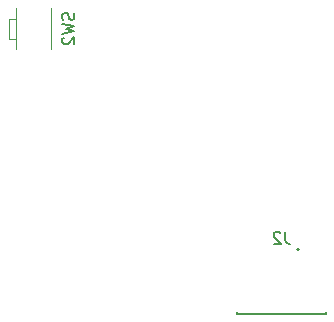
<source format=gbo>
G04 #@! TF.GenerationSoftware,KiCad,Pcbnew,(5.1.10)-1*
G04 #@! TF.CreationDate,2022-01-26T20:28:20-05:00*
G04 #@! TF.ProjectId,FestivalNecklace,46657374-6976-4616-9c4e-65636b6c6163,rev?*
G04 #@! TF.SameCoordinates,Original*
G04 #@! TF.FileFunction,Legend,Bot*
G04 #@! TF.FilePolarity,Positive*
%FSLAX46Y46*%
G04 Gerber Fmt 4.6, Leading zero omitted, Abs format (unit mm)*
G04 Created by KiCad (PCBNEW (5.1.10)-1) date 2022-01-26 20:28:20*
%MOMM*%
%LPD*%
G01*
G04 APERTURE LIST*
%ADD10C,0.120000*%
%ADD11C,0.127000*%
%ADD12C,0.200000*%
%ADD13C,0.150000*%
G04 APERTURE END LIST*
D10*
X76900000Y-99150000D02*
X77550000Y-99150000D01*
X76900000Y-100850000D02*
X77550000Y-100850000D01*
X76900000Y-100850000D02*
X76900000Y-99150000D01*
X80450000Y-101750000D02*
X80450000Y-98250000D01*
X77550000Y-101750000D02*
X77550000Y-98250000D01*
D11*
X103750000Y-124000000D02*
X103750000Y-124125000D01*
X103750000Y-124125000D02*
X96250000Y-124125000D01*
X96250000Y-124125000D02*
X96250000Y-124000000D01*
D12*
X101500000Y-118700000D02*
G75*
G03*
X101500000Y-118700000I-100000J0D01*
G01*
D13*
X82404761Y-98666666D02*
X82452380Y-98809523D01*
X82452380Y-99047619D01*
X82404761Y-99142857D01*
X82357142Y-99190476D01*
X82261904Y-99238095D01*
X82166666Y-99238095D01*
X82071428Y-99190476D01*
X82023809Y-99142857D01*
X81976190Y-99047619D01*
X81928571Y-98857142D01*
X81880952Y-98761904D01*
X81833333Y-98714285D01*
X81738095Y-98666666D01*
X81642857Y-98666666D01*
X81547619Y-98714285D01*
X81500000Y-98761904D01*
X81452380Y-98857142D01*
X81452380Y-99095238D01*
X81500000Y-99238095D01*
X81452380Y-99571428D02*
X82452380Y-99809523D01*
X81738095Y-100000000D01*
X82452380Y-100190476D01*
X81452380Y-100428571D01*
X81547619Y-100761904D02*
X81500000Y-100809523D01*
X81452380Y-100904761D01*
X81452380Y-101142857D01*
X81500000Y-101238095D01*
X81547619Y-101285714D01*
X81642857Y-101333333D01*
X81738095Y-101333333D01*
X81880952Y-101285714D01*
X82452380Y-100714285D01*
X82452380Y-101333333D01*
X100333333Y-117202380D02*
X100333333Y-117916666D01*
X100380952Y-118059523D01*
X100476190Y-118154761D01*
X100619047Y-118202380D01*
X100714285Y-118202380D01*
X99904761Y-117297619D02*
X99857142Y-117250000D01*
X99761904Y-117202380D01*
X99523809Y-117202380D01*
X99428571Y-117250000D01*
X99380952Y-117297619D01*
X99333333Y-117392857D01*
X99333333Y-117488095D01*
X99380952Y-117630952D01*
X99952380Y-118202380D01*
X99333333Y-118202380D01*
M02*

</source>
